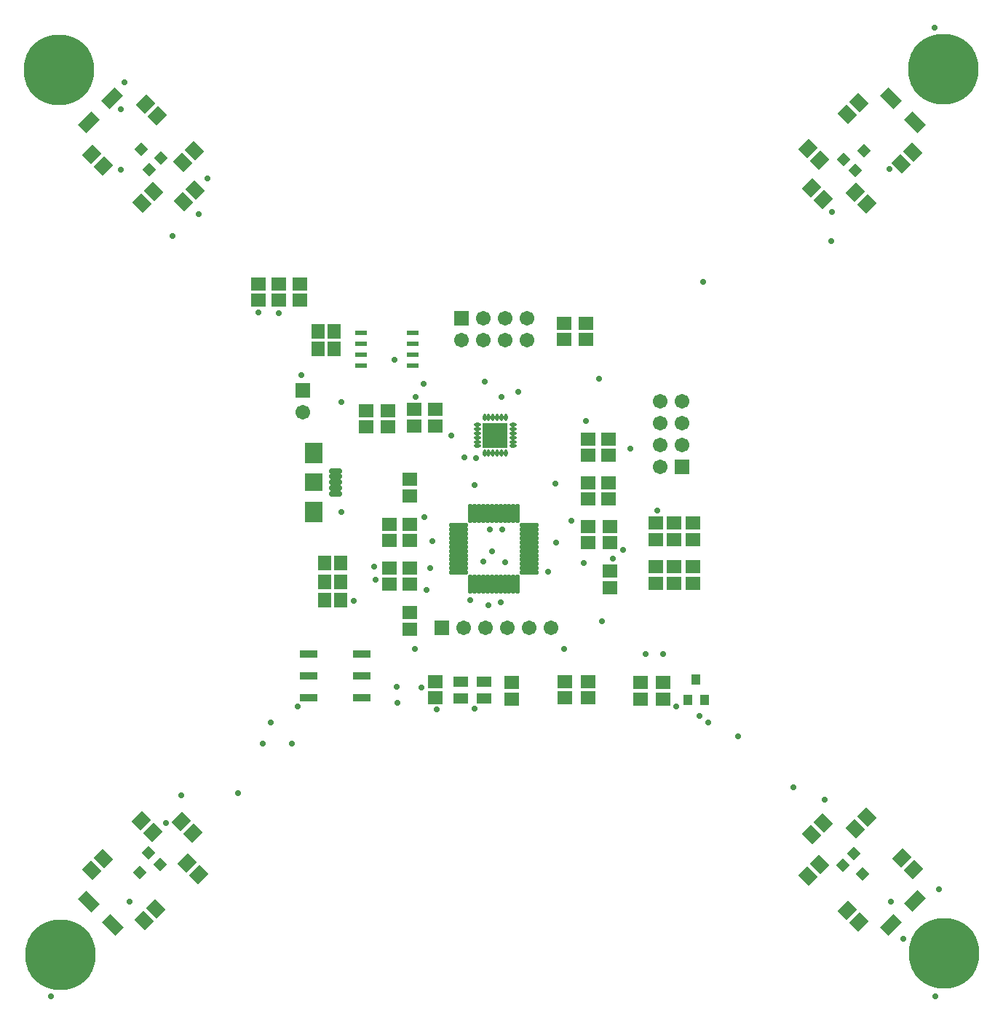
<source format=gts>
%FSLAX25Y25*%
%MOIN*%
G70*
G01*
G75*
G04 Layer_Color=8388736*
G04:AMPARAMS|DCode=10|XSize=78.74mil|YSize=47.24mil|CornerRadius=0mil|HoleSize=0mil|Usage=FLASHONLY|Rotation=45.000|XOffset=0mil|YOffset=0mil|HoleType=Round|Shape=Rectangle|*
%AMROTATEDRECTD10*
4,1,4,-0.01114,-0.04454,-0.04454,-0.01114,0.01114,0.04454,0.04454,0.01114,-0.01114,-0.04454,0.0*
%
%ADD10ROTATEDRECTD10*%

G04:AMPARAMS|DCode=11|XSize=78.74mil|YSize=47.24mil|CornerRadius=0mil|HoleSize=0mil|Usage=FLASHONLY|Rotation=315.000|XOffset=0mil|YOffset=0mil|HoleType=Round|Shape=Rectangle|*
%AMROTATEDRECTD11*
4,1,4,-0.04454,0.01114,-0.01114,0.04454,0.04454,-0.01114,0.01114,-0.04454,-0.04454,0.01114,0.0*
%
%ADD11ROTATEDRECTD11*%

%ADD12O,0.08268X0.01181*%
%ADD13O,0.01181X0.08268*%
G04:AMPARAMS|DCode=14|XSize=59.06mil|YSize=51.18mil|CornerRadius=0mil|HoleSize=0mil|Usage=FLASHONLY|Rotation=225.000|XOffset=0mil|YOffset=0mil|HoleType=Round|Shape=Rectangle|*
%AMROTATEDRECTD14*
4,1,4,0.00278,0.03897,0.03897,0.00278,-0.00278,-0.03897,-0.03897,-0.00278,0.00278,0.03897,0.0*
%
%ADD14ROTATEDRECTD14*%

G04:AMPARAMS|DCode=15|XSize=35.43mil|YSize=37.4mil|CornerRadius=0mil|HoleSize=0mil|Usage=FLASHONLY|Rotation=45.000|XOffset=0mil|YOffset=0mil|HoleType=Round|Shape=Rectangle|*
%AMROTATEDRECTD15*
4,1,4,0.00070,-0.02575,-0.02575,0.00070,-0.00070,0.02575,0.02575,-0.00070,0.00070,-0.02575,0.0*
%
%ADD15ROTATEDRECTD15*%

G04:AMPARAMS|DCode=16|XSize=35.43mil|YSize=37.4mil|CornerRadius=0mil|HoleSize=0mil|Usage=FLASHONLY|Rotation=45.000|XOffset=0mil|YOffset=0mil|HoleType=Round|Shape=Rectangle|*
%AMROTATEDRECTD16*
4,1,4,0.00070,-0.02575,-0.02575,0.00070,-0.00070,0.02575,0.02575,-0.00070,0.00070,-0.02575,0.0*
%
%ADD16ROTATEDRECTD16*%

G04:AMPARAMS|DCode=17|XSize=59.06mil|YSize=51.18mil|CornerRadius=0mil|HoleSize=0mil|Usage=FLASHONLY|Rotation=135.000|XOffset=0mil|YOffset=0mil|HoleType=Round|Shape=Rectangle|*
%AMROTATEDRECTD17*
4,1,4,0.03897,-0.00278,0.00278,-0.03897,-0.03897,0.00278,-0.00278,0.03897,0.03897,-0.00278,0.0*
%
%ADD17ROTATEDRECTD17*%

G04:AMPARAMS|DCode=18|XSize=53.15mil|YSize=15.75mil|CornerRadius=0mil|HoleSize=0mil|Usage=FLASHONLY|Rotation=0.000|XOffset=0mil|YOffset=0mil|HoleType=Round|Shape=Octagon|*
%AMOCTAGOND18*
4,1,8,0.02658,-0.00394,0.02658,0.00394,0.02264,0.00787,-0.02264,0.00787,-0.02658,0.00394,-0.02658,-0.00394,-0.02264,-0.00787,0.02264,-0.00787,0.02658,-0.00394,0.0*
%
%ADD18OCTAGOND18*%

%ADD19R,0.07480X0.09000*%
%ADD20R,0.07480X0.07087*%
G04:AMPARAMS|DCode=21|XSize=35.43mil|YSize=37.4mil|CornerRadius=0mil|HoleSize=0mil|Usage=FLASHONLY|Rotation=135.000|XOffset=0mil|YOffset=0mil|HoleType=Round|Shape=Rectangle|*
%AMROTATEDRECTD21*
4,1,4,0.02575,0.00070,-0.00070,-0.02575,-0.02575,-0.00070,0.00070,0.02575,0.02575,0.00070,0.0*
%
%ADD21ROTATEDRECTD21*%

G04:AMPARAMS|DCode=22|XSize=35.43mil|YSize=37.4mil|CornerRadius=0mil|HoleSize=0mil|Usage=FLASHONLY|Rotation=135.000|XOffset=0mil|YOffset=0mil|HoleType=Round|Shape=Rectangle|*
%AMROTATEDRECTD22*
4,1,4,0.02575,0.00070,-0.00070,-0.02575,-0.02575,-0.00070,0.00070,0.02575,0.02575,0.00070,0.0*
%
%ADD22ROTATEDRECTD22*%

%ADD23R,0.07480X0.02756*%
%ADD24O,0.02362X0.00984*%
%ADD25O,0.00984X0.02362*%
%ADD26R,0.11024X0.10630*%
%ADD27R,0.05906X0.05118*%
%ADD28R,0.05906X0.03937*%
%ADD29R,0.04724X0.01654*%
%ADD30R,0.05118X0.05906*%
%ADD31R,0.03543X0.03740*%
%ADD32R,0.03543X0.03740*%
%ADD33C,0.01000*%
%ADD34C,0.05906*%
%ADD35R,0.05906X0.05906*%
%ADD36R,0.05906X0.05906*%
%ADD37C,0.31496*%
%ADD38C,0.01969*%
%ADD39R,0.06102X0.04331*%
%ADD40R,0.06102X0.04331*%
%ADD41R,0.06102X0.13583*%
%ADD42R,0.07874X0.05906*%
%ADD43R,0.09843X0.07087*%
%ADD44R,0.03937X0.01575*%
%ADD45R,0.03937X0.01575*%
%ADD46R,0.07087X0.09843*%
%ADD47R,0.01575X0.03937*%
%ADD48R,0.01575X0.03937*%
%ADD49C,0.00984*%
%ADD50C,0.02362*%
%ADD51C,0.00787*%
G04:AMPARAMS|DCode=52|XSize=86.74mil|YSize=55.24mil|CornerRadius=0mil|HoleSize=0mil|Usage=FLASHONLY|Rotation=45.000|XOffset=0mil|YOffset=0mil|HoleType=Round|Shape=Rectangle|*
%AMROTATEDRECTD52*
4,1,4,-0.01114,-0.05020,-0.05020,-0.01114,0.01114,0.05020,0.05020,0.01114,-0.01114,-0.05020,0.0*
%
%ADD52ROTATEDRECTD52*%

G04:AMPARAMS|DCode=53|XSize=86.74mil|YSize=55.24mil|CornerRadius=0mil|HoleSize=0mil|Usage=FLASHONLY|Rotation=315.000|XOffset=0mil|YOffset=0mil|HoleType=Round|Shape=Rectangle|*
%AMROTATEDRECTD53*
4,1,4,-0.05020,0.01114,-0.01114,0.05020,0.05020,-0.01114,0.01114,-0.05020,-0.05020,0.01114,0.0*
%
%ADD53ROTATEDRECTD53*%

%ADD54O,0.09068X0.01981*%
%ADD55O,0.01981X0.09068*%
G04:AMPARAMS|DCode=56|XSize=67.06mil|YSize=59.18mil|CornerRadius=0mil|HoleSize=0mil|Usage=FLASHONLY|Rotation=225.000|XOffset=0mil|YOffset=0mil|HoleType=Round|Shape=Rectangle|*
%AMROTATEDRECTD56*
4,1,4,0.00278,0.04463,0.04463,0.00278,-0.00278,-0.04463,-0.04463,-0.00278,0.00278,0.04463,0.0*
%
%ADD56ROTATEDRECTD56*%

G04:AMPARAMS|DCode=57|XSize=43.43mil|YSize=45.4mil|CornerRadius=0mil|HoleSize=0mil|Usage=FLASHONLY|Rotation=45.000|XOffset=0mil|YOffset=0mil|HoleType=Round|Shape=Rectangle|*
%AMROTATEDRECTD57*
4,1,4,0.00070,-0.03141,-0.03141,0.00070,-0.00070,0.03141,0.03141,-0.00070,0.00070,-0.03141,0.0*
%
%ADD57ROTATEDRECTD57*%

G04:AMPARAMS|DCode=58|XSize=43.43mil|YSize=45.4mil|CornerRadius=0mil|HoleSize=0mil|Usage=FLASHONLY|Rotation=45.000|XOffset=0mil|YOffset=0mil|HoleType=Round|Shape=Rectangle|*
%AMROTATEDRECTD58*
4,1,4,0.00070,-0.03141,-0.03141,0.00070,-0.00070,0.03141,0.03141,-0.00070,0.00070,-0.03141,0.0*
%
%ADD58ROTATEDRECTD58*%

G04:AMPARAMS|DCode=59|XSize=67.06mil|YSize=59.18mil|CornerRadius=0mil|HoleSize=0mil|Usage=FLASHONLY|Rotation=135.000|XOffset=0mil|YOffset=0mil|HoleType=Round|Shape=Rectangle|*
%AMROTATEDRECTD59*
4,1,4,0.04463,-0.00278,0.00278,-0.04463,-0.04463,0.00278,-0.00278,0.04463,0.04463,-0.00278,0.0*
%
%ADD59ROTATEDRECTD59*%

G04:AMPARAMS|DCode=60|XSize=61.15mil|YSize=23.75mil|CornerRadius=0mil|HoleSize=0mil|Usage=FLASHONLY|Rotation=0.000|XOffset=0mil|YOffset=0mil|HoleType=Round|Shape=Octagon|*
%AMOCTAGOND60*
4,1,8,0.03058,-0.00594,0.03058,0.00594,0.02464,0.01187,-0.02464,0.01187,-0.03058,0.00594,-0.03058,-0.00594,-0.02464,-0.01187,0.02464,-0.01187,0.03058,-0.00594,0.0*
%
%ADD60OCTAGOND60*%

%ADD61R,0.08280X0.09800*%
%ADD62R,0.08280X0.07887*%
G04:AMPARAMS|DCode=63|XSize=43.43mil|YSize=45.4mil|CornerRadius=0mil|HoleSize=0mil|Usage=FLASHONLY|Rotation=135.000|XOffset=0mil|YOffset=0mil|HoleType=Round|Shape=Rectangle|*
%AMROTATEDRECTD63*
4,1,4,0.03141,0.00070,-0.00070,-0.03141,-0.03141,-0.00070,0.00070,0.03141,0.03141,0.00070,0.0*
%
%ADD63ROTATEDRECTD63*%

G04:AMPARAMS|DCode=64|XSize=43.43mil|YSize=45.4mil|CornerRadius=0mil|HoleSize=0mil|Usage=FLASHONLY|Rotation=135.000|XOffset=0mil|YOffset=0mil|HoleType=Round|Shape=Rectangle|*
%AMROTATEDRECTD64*
4,1,4,0.03141,0.00070,-0.00070,-0.03141,-0.03141,-0.00070,0.00070,0.03141,0.03141,0.00070,0.0*
%
%ADD64ROTATEDRECTD64*%

%ADD65R,0.08280X0.03556*%
%ADD66O,0.03162X0.01784*%
%ADD67O,0.01784X0.03162*%
%ADD68R,0.11824X0.11430*%
%ADD69R,0.06706X0.05918*%
%ADD70R,0.06706X0.04737*%
%ADD71R,0.05524X0.02454*%
%ADD72R,0.05918X0.06706*%
%ADD73R,0.04343X0.04540*%
%ADD74R,0.04343X0.04540*%
%ADD75C,0.06706*%
%ADD76R,0.06706X0.06706*%
%ADD77R,0.06706X0.06706*%
%ADD78C,0.32296*%
%ADD79C,0.02769*%
D52*
X188253Y985140D02*
D03*
X199213Y996101D02*
D03*
X566747Y628860D02*
D03*
X555787Y617899D02*
D03*
D53*
X555640Y996247D02*
D03*
X566601Y985287D02*
D03*
X199360Y617753D02*
D03*
X188399Y628713D02*
D03*
D54*
X357858Y800827D02*
D03*
Y798858D02*
D03*
Y796890D02*
D03*
Y794921D02*
D03*
Y792953D02*
D03*
Y790984D02*
D03*
Y789016D02*
D03*
Y787047D02*
D03*
Y785079D02*
D03*
Y783110D02*
D03*
Y781142D02*
D03*
Y779173D02*
D03*
X390142D02*
D03*
Y781142D02*
D03*
Y783110D02*
D03*
Y785079D02*
D03*
Y787047D02*
D03*
Y789016D02*
D03*
Y790984D02*
D03*
Y792953D02*
D03*
Y794921D02*
D03*
Y796890D02*
D03*
Y798858D02*
D03*
Y800827D02*
D03*
D55*
X363173Y773858D02*
D03*
X365142D02*
D03*
X367110D02*
D03*
X369079D02*
D03*
X371047D02*
D03*
X373016D02*
D03*
X374984D02*
D03*
X376953D02*
D03*
X378921D02*
D03*
X380890D02*
D03*
X382858D02*
D03*
X384827D02*
D03*
Y806142D02*
D03*
X382858D02*
D03*
X380890D02*
D03*
X378921D02*
D03*
X376953D02*
D03*
X374984D02*
D03*
X373016D02*
D03*
X371047D02*
D03*
X369079D02*
D03*
X367110D02*
D03*
X365142D02*
D03*
X363173D02*
D03*
D56*
X189855Y970645D02*
D03*
X195145Y965355D02*
D03*
X214355Y993645D02*
D03*
X219645Y988355D02*
D03*
X217645Y660355D02*
D03*
X212355Y665645D02*
D03*
X233355Y646145D02*
D03*
X238645Y640855D02*
D03*
X230855Y665145D02*
D03*
X236145Y659855D02*
D03*
X524645Y949855D02*
D03*
X519355Y955145D02*
D03*
X523145Y967855D02*
D03*
X517855Y973145D02*
D03*
X544645Y947855D02*
D03*
X539355Y953145D02*
D03*
X541145Y619355D02*
D03*
X535855Y624645D02*
D03*
X560855Y648645D02*
D03*
X566145Y643355D02*
D03*
D57*
X216126Y963584D02*
D03*
X212229Y972771D02*
D03*
X538874Y650416D02*
D03*
X542771Y641229D02*
D03*
D58*
X221416Y968874D02*
D03*
X533584Y645126D02*
D03*
D59*
X218145Y953645D02*
D03*
X212855Y948355D02*
D03*
X231355Y966855D02*
D03*
X236645Y972145D02*
D03*
X195145Y648145D02*
D03*
X189855Y642855D02*
D03*
X219145Y625145D02*
D03*
X213855Y619855D02*
D03*
X237145Y954145D02*
D03*
X231855Y948855D02*
D03*
X565645Y971645D02*
D03*
X560355Y966355D02*
D03*
X535855Y988855D02*
D03*
X541145Y994145D02*
D03*
X517855Y640355D02*
D03*
X523145Y645645D02*
D03*
X539355Y661855D02*
D03*
X544645Y667145D02*
D03*
X519355Y659355D02*
D03*
X524645Y664645D02*
D03*
D60*
X301500Y825618D02*
D03*
Y823059D02*
D03*
Y820500D02*
D03*
Y817941D02*
D03*
Y815382D02*
D03*
D61*
X291500Y807000D02*
D03*
Y834000D02*
D03*
D62*
Y820500D02*
D03*
D63*
X220916Y645626D02*
D03*
X211729Y641729D02*
D03*
X534084Y968374D02*
D03*
X543271Y972271D02*
D03*
D64*
X215626Y650916D02*
D03*
X539374Y963084D02*
D03*
D65*
X289000Y742000D02*
D03*
Y732000D02*
D03*
Y722000D02*
D03*
X313500Y742000D02*
D03*
Y732000D02*
D03*
Y722000D02*
D03*
D66*
X366429Y846921D02*
D03*
Y844953D02*
D03*
Y842984D02*
D03*
Y841016D02*
D03*
Y839047D02*
D03*
Y837079D02*
D03*
X382571D02*
D03*
Y839047D02*
D03*
Y841016D02*
D03*
Y842984D02*
D03*
Y844953D02*
D03*
Y846921D02*
D03*
D67*
X369579Y833929D02*
D03*
X371547D02*
D03*
X373516D02*
D03*
X375484D02*
D03*
X377453D02*
D03*
X379421D02*
D03*
Y850071D02*
D03*
X377453D02*
D03*
X375484D02*
D03*
X373516D02*
D03*
X371547D02*
D03*
X369579D02*
D03*
D68*
X374500Y842000D02*
D03*
D69*
X315500Y853240D02*
D03*
Y845760D02*
D03*
X325500Y853240D02*
D03*
Y845760D02*
D03*
X347000Y853740D02*
D03*
Y846260D02*
D03*
X337500D02*
D03*
Y853740D02*
D03*
X382000Y728740D02*
D03*
Y721260D02*
D03*
X347000Y721760D02*
D03*
Y729240D02*
D03*
X326000Y781240D02*
D03*
Y773760D02*
D03*
X335500Y781240D02*
D03*
Y773760D02*
D03*
X417000Y812760D02*
D03*
Y820240D02*
D03*
X426500Y812760D02*
D03*
Y820240D02*
D03*
X417000Y792760D02*
D03*
Y800240D02*
D03*
X427000Y792760D02*
D03*
Y800240D02*
D03*
X326000Y801240D02*
D03*
Y793760D02*
D03*
X335500Y801240D02*
D03*
Y793760D02*
D03*
X441000Y728740D02*
D03*
Y721260D02*
D03*
X451500Y728740D02*
D03*
Y721260D02*
D03*
X335500Y760740D02*
D03*
Y753260D02*
D03*
X427000Y779740D02*
D03*
Y772260D02*
D03*
X426500Y840240D02*
D03*
Y832760D02*
D03*
X335500Y821740D02*
D03*
Y814260D02*
D03*
X406000Y893240D02*
D03*
Y885760D02*
D03*
X416000Y893240D02*
D03*
Y885760D02*
D03*
X406500Y729240D02*
D03*
Y721760D02*
D03*
X417000Y729240D02*
D03*
Y721760D02*
D03*
X448000Y781740D02*
D03*
Y774260D02*
D03*
X456500D02*
D03*
Y781740D02*
D03*
X465000Y774260D02*
D03*
Y781740D02*
D03*
X448000Y801740D02*
D03*
Y794260D02*
D03*
X456500Y801740D02*
D03*
Y794260D02*
D03*
X465000Y801740D02*
D03*
Y794260D02*
D03*
X266000Y911240D02*
D03*
Y903760D02*
D03*
X275500Y911240D02*
D03*
Y903760D02*
D03*
X285000D02*
D03*
Y911240D02*
D03*
X417000Y832760D02*
D03*
Y840240D02*
D03*
D70*
X358870Y729374D02*
D03*
Y721500D02*
D03*
X369500Y729374D02*
D03*
Y721500D02*
D03*
D71*
X313000Y889000D02*
D03*
Y884000D02*
D03*
Y879000D02*
D03*
Y874000D02*
D03*
X336622Y889000D02*
D03*
Y884000D02*
D03*
Y879000D02*
D03*
Y874000D02*
D03*
D72*
X296260Y783500D02*
D03*
X303740D02*
D03*
X296260Y775000D02*
D03*
X303740D02*
D03*
X296260Y766500D02*
D03*
X303740D02*
D03*
X293260Y881500D02*
D03*
X300740D02*
D03*
X293260Y889500D02*
D03*
X300740D02*
D03*
D73*
X462760Y720874D02*
D03*
X466500Y730126D02*
D03*
D74*
X470240Y720874D02*
D03*
D75*
X450000Y857500D02*
D03*
Y847500D02*
D03*
Y837500D02*
D03*
Y827500D02*
D03*
X460000Y857500D02*
D03*
Y847500D02*
D03*
Y837500D02*
D03*
X360000Y754000D02*
D03*
X370000D02*
D03*
X380000D02*
D03*
X390000D02*
D03*
X400000D02*
D03*
X359000Y885500D02*
D03*
X369000D02*
D03*
Y895500D02*
D03*
X379000Y885500D02*
D03*
Y895500D02*
D03*
X389000Y885500D02*
D03*
Y895500D02*
D03*
X286500Y852500D02*
D03*
D76*
X460000Y827500D02*
D03*
X286500Y862500D02*
D03*
D77*
X350000Y754000D02*
D03*
X359000Y895500D02*
D03*
D78*
X174818Y1009182D02*
D03*
X579682Y1009682D02*
D03*
X175318Y604318D02*
D03*
X580182Y604818D02*
D03*
D79*
X398700Y779400D02*
D03*
X402500Y792890D02*
D03*
X423500Y756760D02*
D03*
X448600Y807600D02*
D03*
X369079Y784100D02*
D03*
X170900Y585300D02*
D03*
X337700Y744200D02*
D03*
X242700Y959600D02*
D03*
X329300Y727000D02*
D03*
X283900Y717900D02*
D03*
X337900Y859600D02*
D03*
X309600Y766300D02*
D03*
X360500Y831800D02*
D03*
X371900Y798800D02*
D03*
X385100Y861940D02*
D03*
X373000Y788900D02*
D03*
X402060Y820000D02*
D03*
X266000Y898200D02*
D03*
X328400Y876600D02*
D03*
X275500Y898000D02*
D03*
X365000Y819300D02*
D03*
X365600Y831400D02*
D03*
X436300Y835800D02*
D03*
X369579Y866700D02*
D03*
X378921Y783825D02*
D03*
X443400Y741800D02*
D03*
X451500D02*
D03*
X256587Y678100D02*
D03*
X207200Y628713D02*
D03*
X204600Y1003492D02*
D03*
X341600Y865500D02*
D03*
X469600Y912200D02*
D03*
X555000Y963800D02*
D03*
X344600Y781300D02*
D03*
X319700Y775900D02*
D03*
X422000Y867800D02*
D03*
X555787Y628626D02*
D03*
X329600Y719700D02*
D03*
X319000Y781800D02*
D03*
X285878Y869678D02*
D03*
X202986Y991300D02*
D03*
X203100Y963600D02*
D03*
X406000Y744100D02*
D03*
X416000Y848700D02*
D03*
X377700Y798900D02*
D03*
X428300Y785600D02*
D03*
X371300Y764210D02*
D03*
X377453Y859453D02*
D03*
X354400Y841900D02*
D03*
X528563Y944300D02*
D03*
X238645Y943355D02*
D03*
X267913Y701025D02*
D03*
X525500Y675200D02*
D03*
X577800Y634100D02*
D03*
X576100Y585100D02*
D03*
X230855Y677153D02*
D03*
X472175Y710500D02*
D03*
X226604Y933304D02*
D03*
X223700Y664700D02*
D03*
X561246Y611400D02*
D03*
X575700Y1028700D02*
D03*
X363000Y766400D02*
D03*
X342900Y771300D02*
D03*
X341900Y804600D02*
D03*
X365100Y716800D02*
D03*
X345800Y793600D02*
D03*
X347700Y716400D02*
D03*
X303900Y857200D02*
D03*
Y807000D02*
D03*
X281400Y700810D02*
D03*
X271700Y710510D02*
D03*
X485600Y704200D02*
D03*
X510900Y680900D02*
D03*
X340700Y726700D02*
D03*
X415100Y783600D02*
D03*
X377100Y765400D02*
D03*
X433000Y789500D02*
D03*
X409500Y803000D02*
D03*
X528500Y931000D02*
D03*
X457500Y718000D02*
D03*
X468041Y713500D02*
D03*
M02*

</source>
